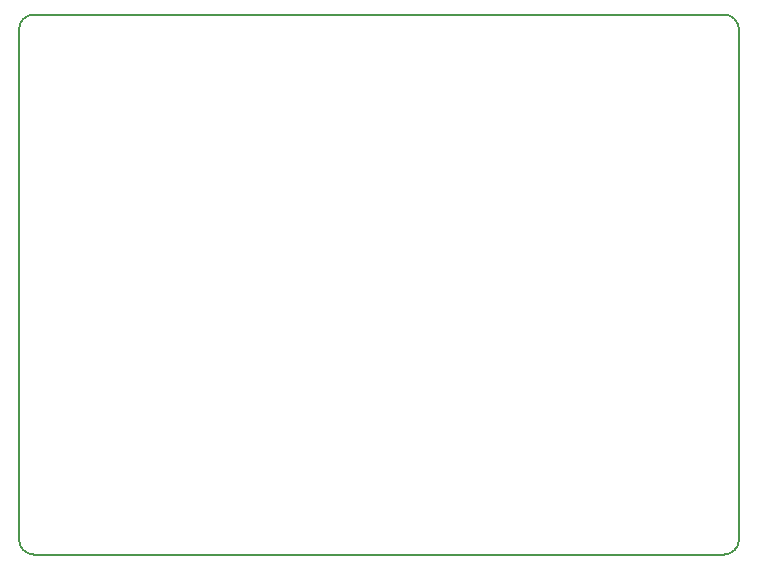
<source format=gbr>
G04 #@! TF.FileFunction,Profile,NP*
%FSLAX46Y46*%
G04 Gerber Fmt 4.6, Leading zero omitted, Abs format (unit mm)*
G04 Created by KiCad (PCBNEW 4.0.7) date 06/27/18 16:09:00*
%MOMM*%
%LPD*%
G01*
G04 APERTURE LIST*
%ADD10C,0.100000*%
%ADD11C,0.150000*%
G04 APERTURE END LIST*
D10*
D11*
X26670000Y-25400000D02*
X85090000Y-25400000D01*
X85090000Y-71120000D02*
X26670000Y-71120000D01*
X86360000Y-26670000D02*
G75*
G03X85090000Y-25400000I-1270000J0D01*
G01*
X85090000Y-71120000D02*
G75*
G03X86360000Y-69850000I0J1270000D01*
G01*
X26670000Y-25400000D02*
G75*
G03X25400000Y-26670000I0J-1270000D01*
G01*
X25400000Y-69850000D02*
G75*
G03X26670000Y-71120000I1270000J0D01*
G01*
X86360000Y-69850000D02*
X86360000Y-26670000D01*
X25400000Y-26670000D02*
X25400000Y-69850000D01*
M02*

</source>
